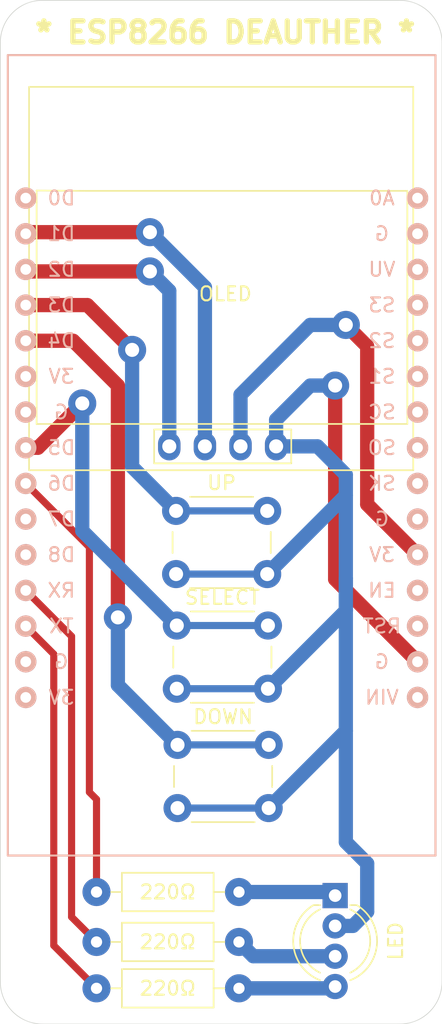
<source format=kicad_pcb>
(kicad_pcb (version 20241229) (generator "pcbnew") (generator_version "9.0")
  (layers (0 "F.Cu" signal) (2 "B.Cu" signal) (13 "F.Paste" user) (15 "B.Paste" user) (5 "F.SilkS" user "F.Silkscreen") (7 "B.SilkS" user "B.Silkscreen") (1 "F.Mask" user) (3 "B.Mask" user) (25 "Edge.Cuts" user))
  (net 0 "")
  (net 1 "GND")
  (net 2 "VCC")
  (net 3 "/SDA")
  (net 4 "/SCL")
  (net 5 "/OK")
  (net 6 "/UP")
  (net 16 "/DOWN")
  (net 26 "/G")
  (net 27 "/B")
  (net 28 "/R")
  (net 29 "Net-(D1-BA)")
  (net 30 "Net-(D1-GA)")
  (net 31 "Net-(D1-RA)")
  (footprint "0Planck_20250924:SW_PUSH_6mm_H9.5mm" (layer "F.Cu") (at 128.864 93.762)
    (property "Reference" "UP" (at 3.25 -2 0) (layer "F.SilkS"))
    (property "Value" "UP")
    (fp_line (start -0.25 1.5) (end -0.25 3) (stroke (width 0.12)) (layer "F.SilkS"))
    (fp_line (start 1 5.5) (end 5.5 5.5) (stroke (width 0.12)) (layer "F.SilkS"))
    (fp_line (start 5.5 -1) (end 1 -1) (stroke (width 0.12)) (layer "F.SilkS"))
    (fp_line (start 6.75 3) (end 6.75 1.5) (stroke (width 0.12)) (layer "F.SilkS"))
    (pad "1" thru_hole circle (at 0 0) (size 2 2) (drill 1) (layers "*.Cu" "*.Mask") (net 6 "/UP"))
    (pad "1" thru_hole circle (at 6.5 0) (size 2 2) (drill 1) (layers "*.Cu" "*.Mask") (net 6 "/UP"))
    (pad "2" thru_hole circle (at 0 4.5) (size 2 2) (drill 1) (layers "*.Cu" "*.Mask") (net 1 "GND"))
    (pad "2" thru_hole circle (at 6.5 4.5) (size 2 2) (drill 1) (layers "*.Cu" "*.Mask") (net 1 "GND"))
  )
  (footprint "0Planck_20250924:R_Axial_DIN0207_L6.3mm_D2.5mm_P10.16mm_Horizontal" (layer "F.Cu") (at 133.35 120.904 180)
    (property "Reference" "220Ω" (at 5.08 0 0) (layer "F.SilkS"))
    (property "Value" "R_US")
    (fp_line (start 9.12 0) (end 8.35 0) (stroke (width 0.12)) (layer "F.SilkS"))
    (fp_line (start 8.35 1.37) (end 8.35 -1.37) (stroke (width 0.12)) (layer "F.SilkS"))
    (fp_line (start 8.35 -1.37) (end 1.81 -1.37) (stroke (width 0.12)) (layer "F.SilkS"))
    (fp_line (start 1.81 1.37) (end 8.35 1.37) (stroke (width 0.12)) (layer "F.SilkS"))
    (fp_line (start 1.81 -1.37) (end 1.81 1.37) (stroke (width 0.12)) (layer "F.SilkS"))
    (fp_line (start 1.04 0) (end 1.81 0) (stroke (width 0.12)) (layer "F.SilkS"))
    (pad "1" thru_hole circle (at 0 0 180) (size 2 2) (drill 0.8) (layers "*.Cu" "*.Mask") (net 31 "Net-(D1-RA)"))
    (pad "2" thru_hole circle (at 10.16 0 180) (size 2 2) (drill 0.8) (layers "*.Cu" "*.Mask") (net 28 "/R"))
  )
  (footprint "0Planck_20250924:SW_PUSH_6mm_H9.5mm" (layer "F.Cu") (at 128.968 110.426)
    (property "Reference" "DOWN" (at 3.25 -2 0) (layer "F.SilkS"))
    (property "Value" "DOWN")
    (fp_line (start -0.25 1.5) (end -0.25 3) (stroke (width 0.12)) (layer "F.SilkS"))
    (fp_line (start 1 5.5) (end 5.5 5.5) (stroke (width 0.12)) (layer "F.SilkS"))
    (fp_line (start 5.5 -1) (end 1 -1) (stroke (width 0.12)) (layer "F.SilkS"))
    (fp_line (start 6.75 3) (end 6.75 1.5) (stroke (width 0.12)) (layer "F.SilkS"))
    (pad "1" thru_hole circle (at 0 0) (size 2 2) (drill 1) (layers "*.Cu" "*.Mask") (net 16 "/DOWN"))
    (pad "1" thru_hole circle (at 6.5 0) (size 2 2) (drill 1) (layers "*.Cu" "*.Mask") (net 16 "/DOWN"))
    (pad "2" thru_hole circle (at 0 4.5) (size 2 2) (drill 1) (layers "*.Cu" "*.Mask") (net 1 "GND"))
    (pad "2" thru_hole circle (at 6.5 4.5) (size 2 2) (drill 1) (layers "*.Cu" "*.Mask") (net 1 "GND"))
  )
  (footprint "0Planck_20250924:SW_PUSH_6mm_H9.5mm" (layer "F.Cu") (at 128.916 101.926)
    (property "Reference" "SELECT" (at 3.25 -2 0) (layer "F.SilkS"))
    (property "Value" "OK")
    (fp_line (start -0.25 1.5) (end -0.25 3) (stroke (width 0.12)) (layer "F.SilkS"))
    (fp_line (start 1 5.5) (end 5.5 5.5) (stroke (width 0.12)) (layer "F.SilkS"))
    (fp_line (start 5.5 -1) (end 1 -1) (stroke (width 0.12)) (layer "F.SilkS"))
    (fp_line (start 6.75 3) (end 6.75 1.5) (stroke (width 0.12)) (layer "F.SilkS"))
    (pad "1" thru_hole circle (at 0 0) (size 2 2) (drill 1) (layers "*.Cu" "*.Mask") (net 5 "/OK"))
    (pad "1" thru_hole circle (at 6.5 0) (size 2 2) (drill 1) (layers "*.Cu" "*.Mask") (net 5 "/OK"))
    (pad "2" thru_hole circle (at 0 4.5) (size 2 2) (drill 1) (layers "*.Cu" "*.Mask") (net 1 "GND"))
    (pad "2" thru_hole circle (at 6.5 4.5) (size 2 2) (drill 1) (layers "*.Cu" "*.Mask") (net 1 "GND"))
  )
  (footprint "0Planck_20250924:128x64OLED" (layer "F.Cu") (at 132.38 78.566 180)
    (property "Reference" "OLED" (at 0 0.254 0) (layer "F.SilkS"))
    (property "Value" "OLED")
    (fp_line (start 14 15) (end -13.4 15) (stroke (width 0.12)) (layer "F.SilkS"))
    (fp_line (start 14 -12.3) (end 14 15) (stroke (width 0.12)) (layer "F.SilkS"))
    (fp_line (start 13.462 7.62) (end 13.462 -9.017) (stroke (width 0.12)) (layer "F.SilkS"))
    (fp_line (start 13.462 -9.017) (end 13.208 -9.005) (stroke (width 0.12)) (layer "F.SilkS"))
    (fp_line (start 10.122 7.595) (end 13.462 7.62) (stroke (width 0.12)) (layer "F.SilkS"))
    (fp_line (start 10.122 7.595) (end -12.978 7.595) (stroke (width 0.12)) (layer "F.SilkS"))
    (fp_line (start 10.122 -9.005) (end 13.208 -9.005) (stroke (width 0.12)) (layer "F.SilkS"))
    (fp_line (start 5.08 -9.398) (end -4.699 -9.398) (stroke (width 0.12)) (layer "F.SilkS"))
    (fp_line (start 5.08 -11.811) (end 5.08 -9.398) (stroke (width 0.12)) (layer "F.SilkS"))
    (fp_line (start -4.699 -11.811) (end 5.08 -11.811) (stroke (width 0.12)) (layer "F.SilkS"))
    (fp_line (start -4.699 -11.811) (end -4.699 -9.398) (stroke (width 0.12)) (layer "F.SilkS"))
    (fp_line (start -12.978 7.595) (end -12.978 -9.005) (stroke (width 0.12)) (layer "F.SilkS"))
    (fp_line (start -12.978 -9.005) (end 10.122 -9.005) (stroke (width 0.12)) (layer "F.SilkS"))
    (fp_line (start -13.4 15) (end -13.4 -12.3) (stroke (width 0.12)) (layer "F.SilkS"))
    (fp_line (start -13.4 -12.3) (end 14 -12.3) (stroke (width 0.12)) (layer "F.SilkS"))
    (pad "1" thru_hole oval (at -3.62 -10.6 270) (size 2 1.6) (drill 1) (layers "*.Cu" "*.Mask") (net 1 "GND"))
    (pad "2" thru_hole oval (at -1.08 -10.6 270) (size 2 1.6) (drill 1) (layers "*.Cu" "*.Mask") (net 2 "VCC"))
    (pad "3" thru_hole oval (at 1.46 -10.6 270) (size 2 1.6) (drill 1) (layers "*.Cu" "*.Mask") (net 4 "/SCL"))
    (pad "4" thru_hole oval (at 4 -10.6 270) (size 2 1.6) (drill 1) (layers "*.Cu" "*.Mask") (net 3 "/SDA"))
  )
  (footprint "0Planck_20250924:R_Axial_DIN0207_L6.3mm_D2.5mm_P10.16mm_Horizontal" (layer "F.Cu") (at 133.35 124.46 180)
    (property "Reference" "220Ω" (at 5.08 0 0) (layer "F.SilkS"))
    (property "Value" "R_US")
    (fp_line (start 9.12 0) (end 8.35 0) (stroke (width 0.12)) (layer "F.SilkS"))
    (fp_line (start 8.35 1.37) (end 8.35 -1.37) (stroke (width 0.12)) (layer "F.SilkS"))
    (fp_line (start 8.35 -1.37) (end 1.81 -1.37) (stroke (width 0.12)) (layer "F.SilkS"))
    (fp_line (start 1.81 1.37) (end 8.35 1.37) (stroke (width 0.12)) (layer "F.SilkS"))
    (fp_line (start 1.81 -1.37) (end 1.81 1.37) (stroke (width 0.12)) (layer "F.SilkS"))
    (fp_line (start 1.04 0) (end 1.81 0) (stroke (width 0.12)) (layer "F.SilkS"))
    (pad "1" thru_hole circle (at 0 0 180) (size 2 2) (drill 0.8) (layers "*.Cu" "*.Mask") (net 30 "Net-(D1-GA)"))
    (pad "2" thru_hole circle (at 10.16 0 180) (size 2 2) (drill 0.8) (layers "*.Cu" "*.Mask") (net 26 "/G"))
  )
  (footprint "0Planck_20250924:R_Axial_DIN0207_L6.3mm_D2.5mm_P10.16mm_Horizontal" (layer "F.Cu") (at 133.35 127.762 180)
    (property "Reference" "220Ω" (at 5.08 0 0) (layer "F.SilkS"))
    (property "Value" "R_US")
    (fp_line (start 9.12 0) (end 8.35 0) (stroke (width 0.12)) (layer "F.SilkS"))
    (fp_line (start 8.35 1.37) (end 8.35 -1.37) (stroke (width 0.12)) (layer "F.SilkS"))
    (fp_line (start 8.35 -1.37) (end 1.81 -1.37) (stroke (width 0.12)) (layer "F.SilkS"))
    (fp_line (start 1.81 1.37) (end 8.35 1.37) (stroke (width 0.12)) (layer "F.SilkS"))
    (fp_line (start 1.81 -1.37) (end 1.81 1.37) (stroke (width 0.12)) (layer "F.SilkS"))
    (fp_line (start 1.04 0) (end 1.81 0) (stroke (width 0.12)) (layer "F.SilkS"))
    (pad "1" thru_hole circle (at 0 0 180) (size 2 2) (drill 0.8) (layers "*.Cu" "*.Mask") (net 29 "Net-(D1-BA)"))
    (pad "2" thru_hole circle (at 10.16 0 180) (size 2 2) (drill 0.8) (layers "*.Cu" "*.Mask") (net 27 "/B"))
  )
  (footprint "LED_THT:LED_D5.0mm-4_RGB_Wide_Pins" (layer "F.Cu") (at 140.208 121.158 -90)
    (property "Reference" "LED" (at 3.2385 -4.318 90) (layer "F.SilkS"))
    (property "Value" "LED_RKGB")
    (fp_line (start 0.6785 1.08) (end 0.6785 1.545) (stroke (width 0.12)) (layer "F.SilkS"))
    (fp_line (start 0.6785 -1.545) (end 0.6785 -1.08) (stroke (width 0.12)) (layer "F.SilkS"))
    (fp_arc (start 6.026315 1.080827) (mid 3.496956 2.978808) (end 0.6785 1.54483) (stroke (width 0.12)) (layer "F.SilkS"))
    (fp_arc (start 5.492979 1.080429) (mid 3.238262 2.5) (end 0.983816 1.08) (stroke (width 0.12)) (layer "F.SilkS"))
    (fp_arc (start 0.983816 -1.08) (mid 3.238262 -2.5) (end 5.492979 -1.080429) (stroke (width 0.12)) (layer "F.SilkS"))
    (fp_arc (start 0.6785 -1.54483) (mid 3.496956 -2.978809) (end 6.026315 -1.080827) (stroke (width 0.12)) (layer "F.SilkS"))
    (pad "1" thru_hole rect (at 0 0 270) (size 1.8 1.8) (drill 0.9) (layers "*.Cu" "*.Mask") (net 31 "Net-(D1-RA)"))
    (pad "2" thru_hole circle (at 2.159 0 270) (size 1.8 1.8) (drill 0.9) (layers "*.Cu" "*.Mask") (net 1 "GND"))
    (pad "3" thru_hole circle (at 4.318 0 270) (size 1.8 1.8) (drill 0.9) (layers "*.Cu" "*.Mask") (net 30 "Net-(D1-GA)"))
    (pad "4" thru_hole circle (at 6.477 0 270) (size 1.8 1.8) (drill 0.9) (layers "*.Cu" "*.Mask") (net 29 "Net-(D1-BA)"))
  )
  (footprint "ESP8266:NodeMCU-LoLinV3" (layer "B.Cu") (at 132.114 91.806 180)
    (property "Reference" "U1" (hide yes))
    (property "Value" "NodeMCU1.0(ESP-12E)" (hide yes))
    (fp_line (start 15.25 30.5) (end -14.75 30.5) (stroke (width 0.15)) (layer "B.SilkS"))
    (fp_line (start 15.25 -26.5) (end 15.25 30.5) (stroke (width 0.15)) (layer "B.SilkS"))
    (fp_line (start -14.75 30.5) (end -15.25 30.5) (stroke (width 0.15)) (layer "B.SilkS"))
    (fp_line (start -15.25 30.5) (end -15.25 -26.5) (stroke (width 0.15)) (layer "B.SilkS"))
    (fp_line (start -15.25 -26.5) (end 15.25 -26.5) (stroke (width 0.15)) (layer "B.SilkS"))
    (fp_text user "G" (at -11.43 17.78 0) (layer "B.SilkS") (effects (justify mirror)))
    (fp_text user "A0" (at -11.43 20.32 0) (layer "B.SilkS") (effects (justify mirror)))
    (fp_text user "S3" (at -11.43 12.7 0) (layer "B.SilkS") (effects (justify mirror)))
    (fp_text user "VIN" (at -11.43 -15.24 0) (layer "B.SilkS") (effects (justify mirror)))
    (fp_text user "EN" (at -11.43 -7.62 0) (layer "B.SilkS") (effects (justify mirror)))
    (fp_text user "S2" (at -11.43 10.16 0) (layer "B.SilkS") (effects (justify mirror)))
    (fp_text user "G" (at 11.43 5.08 0) (layer "B.SilkS") (effects (justify mirror)))
    (fp_text user "RST" (at -11.43 -10.16 0) (layer "B.SilkS") (effects (justify mirror)))
    (fp_text user "VU" (at -11.43 15.24 0) (layer "B.SilkS") (effects (justify mirror)))
    (fp_text user "TX" (at 11.43 -10.16 0) (layer "B.SilkS") (effects (justify mirror)))
    (fp_text user "D6" (at 11.43 0 0) (layer "B.SilkS") (effects (justify mirror)))
    (fp_text user "D8" (at 11.43 -5.08 0) (layer "B.SilkS") (effects (justify mirror)))
    (fp_text user "G" (at -11.43 -12.7 0) (layer "B.SilkS") (effects (justify mirror)))
    (fp_text user "G" (at -11.43 -2.54 0) (layer "B.SilkS") (effects (justify mirror)))
    (fp_text user "D0" (at 11.43 20.32 0) (layer "B.SilkS") (effects (justify mirror)))
    (fp_text user "SK" (at -11.43 0 0) (layer "B.SilkS") (effects (justify mirror)))
    (fp_text user "RX" (at 11.43 -7.62 0) (layer "B.SilkS") (effects (justify mirror)))
    (fp_text user "SO" (at -11.43 2.54 0) (layer "B.SilkS") (effects (justify mirror)))
    (fp_text user "D3" (at 11.43 12.7 0) (layer "B.SilkS") (effects (justify mirror)))
    (fp_text user "3V" (at -11.43 -5.08 0) (layer "B.SilkS") (effects (justify mirror)))
    (fp_text user "S1" (at -11.43 7.62 0) (layer "B.SilkS") (effects (justify mirror)))
    (fp_text user "D2" (at 11.43 15.24 0) (layer "B.SilkS") (effects (justify mirror)))
    (fp_text user "3V" (at 11.43 -15.24 0) (layer "B.SilkS") (effects (justify mirror)))
    (fp_text user "SC" (at -11.43 5.08 0) (layer "B.SilkS") (effects (justify mirror)))
    (fp_text user "D7" (at 11.43 -2.54 0) (layer "B.SilkS") (effects (justify mirror)))
    (fp_text user "G" (at 11.43 -12.7 0) (layer "B.SilkS") (effects (justify mirror)))
    (fp_text user "3V" (at 11.43 7.62 0) (layer "B.SilkS") (effects (justify mirror)))
    (fp_text user "D5" (at 11.43 2.54 0) (layer "B.SilkS") (effects (justify mirror)))
    (fp_text user "D1" (at 11.43 17.78 0) (layer "B.SilkS") (effects (justify mirror)))
    (fp_text user "D4" (at 11.43 10.16 0) (layer "B.SilkS") (effects (justify mirror)))
    (pad "1" thru_hole circle (at -13.97 20.32 180) (size 1.524 1.524) (drill 0.762) (layers "*.Cu" "*.Mask" "B.SilkS"))
    (pad "2" thru_hole circle (at -13.97 17.78 180) (size 1.524 1.524) (drill 0.762) (layers "*.Cu" "*.Mask" "B.SilkS"))
    (pad "3" thru_hole circle (at -13.97 15.24 180) (size 1.524 1.524) (drill 0.762) (layers "*.Cu" "*.Mask" "B.SilkS"))
    (pad "4" thru_hole circle (at -13.97 12.7 180) (size 1.524 1.524) (drill 0.762) (layers "*.Cu" "*.Mask" "B.SilkS"))
    (pad "5" thru_hole circle (at -13.97 10.16 180) (size 1.524 1.524) (drill 0.762) (layers "*.Cu" "*.Mask" "B.SilkS"))
    (pad "6" thru_hole circle (at -13.97 7.62 180) (size 1.524 1.524) (drill 0.762) (layers "*.Cu" "*.Mask" "B.SilkS"))
    (pad "7" thru_hole circle (at -13.97 5.08 180) (size 1.524 1.524) (drill 0.762) (layers "*.Cu" "*.Mask" "B.SilkS"))
    (pad "8" thru_hole circle (at -13.97 2.54 180) (size 1.524 1.524) (drill 0.762) (layers "*.Cu" "*.Mask" "B.SilkS"))
    (pad "9" thru_hole circle (at -13.97 0 180) (size 1.524 1.524) (drill 0.762) (layers "*.Cu" "*.Mask" "B.SilkS"))
    (pad "10" thru_hole circle (at -13.97 -2.54 180) (size 1.524 1.524) (drill 0.762) (layers "*.Cu" "*.Mask" "B.SilkS"))
    (pad "11" thru_hole circle (at -13.97 -5.08 180) (size 1.524 1.524) (drill 0.762) (layers "*.Cu" "*.Mask" "B.SilkS") (net 2 "VCC"))
    (pad "12" thru_hole circle (at -13.97 -7.62 180) (size 1.524 1.524) (drill 0.762) (layers "*.Cu" "*.Mask" "B.SilkS"))
    (pad "13" thru_hole circle (at -13.97 -10.16 180) (size 1.524 1.524) (drill 0.762) (layers "*.Cu" "*.Mask" "B.SilkS"))
    (pad "14" thru_hole circle (at -13.97 -12.7 180) (size 1.524 1.524) (drill 0.762) (layers "*.Cu" "*.Mask" "B.SilkS") (net 1 "GND"))
    (pad "15" thru_hole circle (at -13.97 -15.24 180) (size 1.524 1.524) (drill 0.762) (layers "*.Cu" "*.Mask" "B.SilkS"))
    (pad "16" thru_hole circle (at 13.97 -15.24 180) (size 1.524 1.524) (drill 0.762) (layers "*.Cu" "*.Mask" "B.SilkS"))
    (pad "17" thru_hole circle (at 13.97 -12.7 180) (size 1.524 1.524) (drill 0.762) (layers "*.Cu" "*.Mask" "B.SilkS") (net 1 "GND"))
    (pad "18" thru_hole circle (at 13.97 -10.16 180) (size 1.524 1.524) (drill 0.762) (layers "*.Cu" "*.Mask" "B.SilkS") (net 27 "/B"))
    (pad "19" thru_hole circle (at 13.97 -7.62 180) (size 1.524 1.524) (drill 0.762) (layers "*.Cu" "*.Mask" "B.SilkS") (net 26 "/G"))
    (pad "20" thru_hole circle (at 13.97 -5.08 180) (size 1.524 1.524) (drill 0.762) (layers "*.Cu" "*.Mask" "B.SilkS"))
    (pad "21" thru_hole circle (at 13.97 -2.54 180) (size 1.524 1.524) (drill 0.762) (layers "*.Cu" "*.Mask" "B.SilkS"))
    (pad "22" thru_hole circle (at 13.97 0 180) (size 1.524 1.524) (drill 0.762) (layers "*.Cu" "*.Mask" "B.SilkS") (net 28 "/R"))
    (pad "23" thru_hole circle (at 13.97 2.54 180) (size 1.524 1.524) (drill 0.762) (layers "*.Cu" "*.Mask" "B.SilkS") (net 5 "/OK"))
    (pad "24" thru_hole circle (at 13.97 5.08 180) (size 1.524 1.524) (drill 0.762) (layers "*.Cu" "*.Mask" "B.SilkS") (net 1 "GND"))
    (pad "25" thru_hole circle (at 13.97 7.62 180) (size 1.524 1.524) (drill 0.762) (layers "*.Cu" "*.Mask" "B.SilkS"))
    (pad "26" thru_hole circle (at 13.97 10.16 180) (size 1.524 1.524) (drill 0.762) (layers "*.Cu" "*.Mask" "B.SilkS") (net 16 "/DOWN"))
    (pad "27" thru_hole circle (at 13.97 12.7 180) (size 1.524 1.524) (drill 0.762) (layers "*.Cu" "*.Mask" "B.SilkS") (net 6 "/UP"))
    (pad "28" thru_hole circle (at 13.97 15.24 180) (size 1.524 1.524) (drill 0.762) (layers "*.Cu" "*.Mask" "B.SilkS") (net 3 "/SDA"))
    (pad "29" thru_hole circle (at 13.97 17.78 180) (size 1.524 1.524) (drill 0.762) (layers "*.Cu" "*.Mask" "B.SilkS") (net 4 "/SCL"))
    (pad "30" thru_hole circle (at 13.97 20.32 180) (size 1.524 1.524) (drill 0.762) (layers "*.Cu" "*.Mask" "B.SilkS"))
  )
  (gr_line (start 119.332 57.404) (end 144.828 57.404) (stroke (width 0.05)) (layer "Edge.Cuts"))
  (gr_arc (start 116.332 60.404) (mid 117.21068 58.28268) (end 119.332 57.404) (stroke (width 0.05)) (layer "Edge.Cuts"))
  (gr_arc (start 119.332 130.302) (mid 117.21068 129.42332) (end 116.332 127.302) (stroke (width 0.05)) (layer "Edge.Cuts"))
  (gr_arc (start 144.828 57.404) (mid 146.94932 58.28268) (end 147.828 60.404) (stroke (width 0.05)) (layer "Edge.Cuts"))
  (gr_line (start 116.332 127.302) (end 116.332 60.404) (stroke (width 0.05)) (layer "Edge.Cuts"))
  (gr_line (start 147.828 60.404) (end 147.828 127.302) (stroke (width 0.05)) (layer "Edge.Cuts"))
  (gr_arc (start 147.828 127.302) (mid 146.94932 129.42332) (end 144.828 130.302) (stroke (width 0.05)) (layer "Edge.Cuts"))
  (gr_line (start 144.828 130.302) (end 119.332 130.302) (stroke (width 0.05)) (layer "Edge.Cuts"))
  (gr_text "* ESP8266 DEAUTHER *" (at 118.618 59.69 0) (layer "F.SilkS") (effects (font (size 1.5 1.5) (thickness 0.375) (bold yes)) (justify left)))
  (segment (start 146.084 104.506) (end 140.208 98.63) (width 1.016) (layer "F.Cu") (net 1))
  (segment (start 140.208 98.63) (end 140.208 84.836) (width 1.016) (layer "F.Cu") (net 1))
  (via (at 140.208 84.836) (size 2) (drill 1) (layers "F.Cu" "B.Cu") (net 1))
  (segment (start 140.97 91.186) (end 138.95 89.166) (width 1.016) (layer "B.Cu") (net 1))
  (segment (start 135.364 98.262) (end 140.97 92.656) (width 1.016) (layer "B.Cu") (net 1))
  (segment (start 128.864 98.262) (end 135.364 98.262) (width 0.508) (layer "B.Cu") (net 1))
  (segment (start 140.97 109.424) (end 135.468 114.926) (width 1.016) (layer "B.Cu") (net 1))
  (segment (start 140.97 98.552) (end 140.97 109.424) (width 1.016) (layer "B.Cu") (net 1))
  (segment (start 140.97 100.872) (end 140.97 98.552) (width 1.016) (layer "B.Cu") (net 1))
  (segment (start 140.97 98.552) (end 140.97 91.186) (width 1.016) (layer "B.Cu") (net 1))
  (segment (start 142.494 122.303792) (end 142.494 118.872) (width 1.016) (layer "B.Cu") (net 1))
  (segment (start 142.494 118.872) (end 140.97 117.348) (width 1.016) (layer "B.Cu") (net 1))
  (segment (start 138.95 89.166) (end 136 89.166) (width 1.016) (layer "B.Cu") (net 1))
  (segment (start 128.968 114.926) (end 135.468 114.926) (width 0.508) (layer "B.Cu") (net 1))
  (segment (start 138.43 84.836) (end 136 87.266) (width 1.016) (layer "B.Cu") (net 1))
  (segment (start 140.208 84.836) (end 138.43 84.836) (width 1.016) (layer "B.Cu") (net 1))
  (segment (start 136 87.266) (end 136 89.166) (width 1.016) (layer "B.Cu") (net 1))
  (segment (start 135.416 106.426) (end 140.97 100.872) (width 1.016) (layer "B.Cu") (net 1))
  (segment (start 140.97 117.348) (end 140.97 109.424) (width 1.016) (layer "B.Cu") (net 1))
  (segment (start 135.416 106.426) (end 128.916 106.426) (width 0.508) (layer "B.Cu") (net 1))
  (segment (start 140.208 123.317) (end 141.480792 123.317) (width 1.016) (layer "B.Cu") (net 1))
  (segment (start 141.480792 123.317) (end 142.494 122.303792) (width 1.016) (layer "B.Cu") (net 1))
  (segment (start 142.494 93.296) (end 142.494 87.376) (width 1.016) (layer "F.Cu") (net 2))
  (segment (start 142.494 82.042) (end 140.97 80.518) (width 1.016) (layer "F.Cu") (net 2))
  (segment (start 142.494 87.376) (end 142.494 82.042) (width 1.016) (layer "F.Cu") (net 2))
  (segment (start 146.084 96.886) (end 142.494 93.296) (width 1.016) (layer "F.Cu") (net 2))
  (via (at 140.97 80.518) (size 2) (drill 1) (layers "F.Cu" "B.Cu") (net 2))
  (segment (start 138.43 80.518) (end 133.46 85.488) (width 1.016) (layer "B.Cu") (net 2))
  (segment (start 133.46 85.488) (end 133.46 89.166) (width 1.016) (layer "B.Cu") (net 2))
  (segment (start 140.97 80.518) (end 138.43 80.518) (width 1.016) (layer "B.Cu") (net 2))
  (segment (start 118.286 76.708) (end 118.144 76.566) (width 1.016) (layer "F.Cu") (net 3))
  (segment (start 127 76.708) (end 118.286 76.708) (width 1.016) (layer "F.Cu") (net 3))
  (via (at 127 76.708) (size 2) (drill 1) (layers "F.Cu" "B.Cu") (net 3))
  (segment (start 128.38 89.166) (end 128.38 78.088) (width 1.016) (layer "B.Cu") (net 3))
  (segment (start 128.38 78.088) (end 127 76.708) (width 1.016) (layer "B.Cu") (net 3))
  (segment (start 118.256 73.914) (end 118.144 74.026) (width 1.016) (layer "F.Cu") (net 4))
  (segment (start 127 73.914) (end 118.256 73.914) (width 1.016) (layer "F.Cu") (net 4))
  (via (at 127 73.914) (size 2) (drill 1) (layers "F.Cu" "B.Cu") (net 4))
  (segment (start 130.92 77.834) (end 127 73.914) (width 1.016) (layer "B.Cu") (net 4))
  (segment (start 130.92 89.166) (end 130.92 77.834) (width 1.016) (layer "B.Cu") (net 4))
  (segment (start 118.144 89.266) (end 119.014 89.266) (width 1.016) (layer "F.Cu") (net 5))
  (segment (start 119.014 89.266) (end 122.174 86.106) (width 1.016) (layer "F.Cu") (net 5))
  (via (at 122.174 86.106) (size 2) (drill 1) (layers "F.Cu" "B.Cu") (net 5))
  (segment (start 128.916 101.926) (end 135.416 101.926) (width 0.508) (layer "B.Cu") (net 5))
  (segment (start 122.174 95.184) (end 122.174 86.106) (width 1.016) (layer "B.Cu") (net 5))
  (segment (start 128.916 101.926) (end 122.174 95.184) (width 1.016) (layer "B.Cu") (net 5))
  (segment (start 122.54 79.106) (end 125.73 82.296) (width 1.016) (layer "F.Cu") (net 6))
  (segment (start 118.144 79.106) (end 122.54 79.106) (width 1.016) (layer "F.Cu") (net 6))
  (via (at 125.73 82.296) (size 2) (drill 1) (layers "F.Cu" "B.Cu") (net 6))
  (segment (start 128.864 93.762) (end 125.73 90.628) (width 1.016) (layer "B.Cu") (net 6))
  (segment (start 125.73 90.628) (end 125.73 82.296) (width 1.016) (layer "B.Cu") (net 6))
  (segment (start 128.864 93.762) (end 135.364 93.762) (width 0.508) (layer "B.Cu") (net 6))
  (segment (start 121.524 81.646) (end 118.144 81.646) (width 1.016) (layer "F.Cu") (net 16))
  (segment (start 124.714 84.836) (end 121.524 81.646) (width 1.016) (layer "F.Cu") (net 16))
  (segment (start 124.714 88.392) (end 124.714 84.836) (width 1.016) (layer "F.Cu") (net 16))
  (segment (start 124.714 88.392) (end 124.714 101.346) (width 1.016) (layer "F.Cu") (net 16))
  (via (at 124.714 101.346) (size 2) (drill 1) (layers "F.Cu" "B.Cu") (net 16))
  (segment (start 128.968 110.426) (end 124.714 106.172) (width 1.016) (layer "B.Cu") (net 16))
  (segment (start 124.714 106.172) (end 124.714 101.346) (width 1.016) (layer "B.Cu") (net 16))
  (segment (start 128.968 110.426) (end 135.468 110.426) (width 0.508) (layer "B.Cu") (net 16))
  (segment (start 118.144 99.426) (end 121.412 102.694) (width 0.508) (layer "F.Cu") (net 26))
  (segment (start 121.412 122.682) (end 123.19 124.46) (width 0.508) (layer "F.Cu") (net 26))
  (segment (start 121.412 102.694) (end 121.412 122.682) (width 0.508) (layer "F.Cu") (net 26))
  (segment (start 120.142 103.964) (end 120.142 124.714) (width 0.508) (layer "F.Cu") (net 27))
  (segment (start 120.142 124.714) (end 123.19 127.762) (width 0.508) (layer "F.Cu") (net 27))
  (segment (start 118.144 101.966) (end 120.142 103.964) (width 0.508) (layer "F.Cu") (net 27))
  (segment (start 118.144 91.806) (end 122.682 96.344) (width 0.508) (layer "F.Cu") (net 28))
  (segment (start 123.19 114.3) (end 123.19 120.904) (width 0.508) (layer "F.Cu") (net 28))
  (segment (start 122.682 113.792) (end 123.19 114.3) (width 0.508) (layer "F.Cu") (net 28))
  (segment (start 122.682 96.344) (end 122.682 113.792) (width 0.508) (layer "F.Cu") (net 28))
  (segment (start 133.35 127.762) (end 140.081 127.762) (width 1.016) (layer "B.Cu") (net 29))
  (segment (start 140.081 127.762) (end 140.208 127.635) (width 1.016) (layer "B.Cu") (net 29))
  (segment (start 134.366 125.476) (end 140.208 125.476) (width 1.016) (layer "B.Cu") (net 30))
  (segment (start 133.35 124.46) (end 134.366 125.476) (width 1.016) (layer "B.Cu") (net 30))
  (segment (start 139.954 120.904) (end 140.208 121.158) (width 1.016) (layer "B.Cu") (net 31))
  (segment (start 133.35 120.904) (end 139.954 120.904) (width 1.016) (layer "B.Cu") (net 31))
)
</source>
